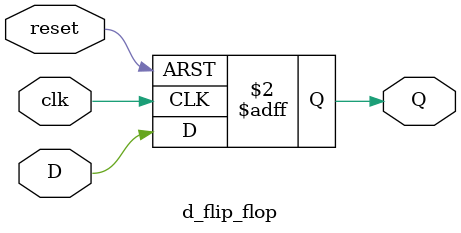
<source format=v>
`timescale 1ns / 1ps


module d_flip_flop (
    input  wire D,
    input  wire clk,
    input  wire reset,   // asynchronous reset
    output reg Q
);

always @(posedge clk or posedge reset) begin
    if (reset)
        Q <= 1'b0;      // reset output
    else
        Q <= D;         // store input on rising clock
end

endmodule




</source>
